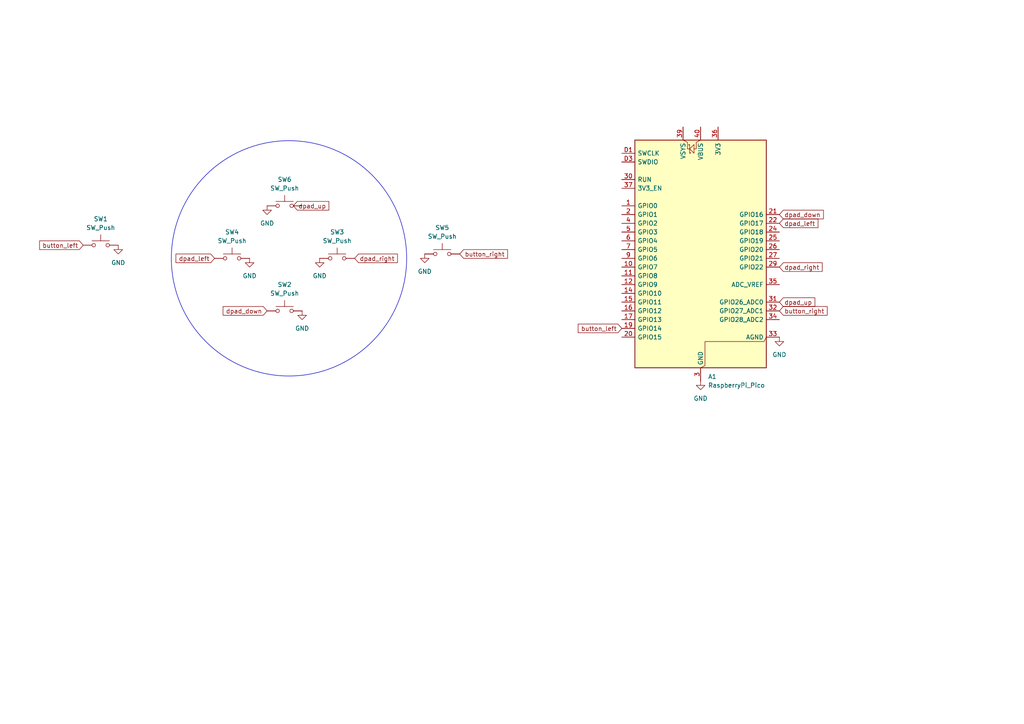
<source format=kicad_sch>
(kicad_sch (version 20250114) (generator "eeschema") (generator_version "9.0")
  (paper "A4")
  (lib_symbols
    (symbol "MCU_Module:RaspberryPi_Pico_Debug" (pin_names (offset 0.762))
      (property "Reference" "A" (at -19.05 35.56 0))
      (property "Value" "RaspberryPi_Pico" (at 7.62 35.56 0))
      (symbol "RaspberryPi_Pico_Debug_0_1"
        (rectangle (start -19.05 34.29) (end 19.05 -31.75) (stroke (width 0.254)) (fill (type background)))
        (polyline (pts (xy -5.08 34.29) (xy -3.81 33.655) (xy -3.81 31.75) (xy -3.175 31.75)))
        (polyline (pts (xy -3.429 32.766) (xy -3.429 33.02) (xy -3.175 33.02) (xy -3.175 30.48) (xy -2.921 30.48) (xy -2.921 30.734)))
        (polyline (pts (xy -3.175 31.75) (xy -1.905 33.02) (xy -1.905 30.48) (xy -3.175 31.75)))
        (polyline (pts (xy 0 34.29) (xy -1.27 33.655) (xy -1.27 31.75) (xy -1.905 31.75)))
        (polyline (pts (xy 0 -31.75) (xy 1.27 -31.115) (xy 1.27 -24.13) (xy 18.415 -24.13) (xy 19.05 -22.86)))
      )
      (symbol "RaspberryPi_Pico_Debug_1_1"
        (pin input line (at -22.86 30.48 0) (length 3.81) (name "SWCLK") (number "D1"))
        (pin bidirectional line (at -22.86 27.94 0) (length 3.81) (name "SWDIO") (number "D3"))
        (pin passive line (at -22.86 22.86 0) (length 3.81) (name "RUN") (number "30"))
        (pin passive line (at -22.86 20.32 0) (length 3.81) (name "3V3_EN") (number "37"))
        (pin bidirectional line (at -22.86 15.24 0) (length 3.81) (name "GPIO0") (number "1"))
        (pin bidirectional line (at -22.86 12.7 0) (length 3.81) (name "GPIO1") (number "2"))
        (pin bidirectional line (at -22.86 10.16 0) (length 3.81) (name "GPIO2") (number "4"))
        (pin bidirectional line (at -22.86 7.62 0) (length 3.81) (name "GPIO3") (number "5"))
        (pin bidirectional line (at -22.86 5.08 0) (length 3.81) (name "GPIO4") (number "6"))
        (pin bidirectional line (at -22.86 2.54 0) (length 3.81) (name "GPIO5") (number "7"))
        (pin bidirectional line (at -22.86 0 0) (length 3.81) (name "GPIO6") (number "9"))
        (pin bidirectional line (at -22.86 -2.54 0) (length 3.81) (name "GPIO7") (number "10"))
        (pin bidirectional line (at -22.86 -5.08 0) (length 3.81) (name "GPIO8") (number "11"))
        (pin bidirectional line (at -22.86 -7.62 0) (length 3.81) (name "GPIO9") (number "12"))
        (pin bidirectional line (at -22.86 -10.16 0) (length 3.81) (name "GPIO10") (number "14"))
        (pin bidirectional line (at -22.86 -12.7 0) (length 3.81) (name "GPIO11") (number "15"))
        (pin bidirectional line (at -22.86 -15.24 0) (length 3.81) (name "GPIO12") (number "16"))
        (pin bidirectional line (at -22.86 -17.78 0) (length 3.81) (name "GPIO13") (number "17"))
        (pin bidirectional line (at -22.86 -20.32 0) (length 3.81) (name "GPIO14") (number "19"))
        (pin bidirectional line (at -22.86 -22.86 0) (length 3.81) (name "GPIO15") (number "20"))
        (pin power_in line (at -5.08 38.1 270) (length 3.81) (name "VSYS") (number "39"))
        (pin power_out line (at 0 38.1 270) (length 3.81) (name "VBUS") (number "40"))
        (pin passive line (at 0 -35.56 90) (length 3.81) (hide yes) (name "GND") (number "13"))
        (pin passive line (at 0 -35.56 90) (length 3.81) (hide yes) (name "GND") (number "18"))
        (pin passive line (at 0 -35.56 90) (length 3.81) (hide yes) (name "GND") (number "23"))
        (pin passive line (at 0 -35.56 90) (length 3.81) (hide yes) (name "GND") (number "28"))
        (pin power_out line (at 0 -35.56 90) (length 3.81) (name "GND") (number "3"))
        (pin passive line (at 0 -35.56 90) (length 3.81) (hide yes) (name "GND") (number "38"))
        (pin passive line (at 0 -35.56 90) (length 3.81) (hide yes) (name "GND") (number "8"))
        (pin passive line (at 0 -35.56 90) (length 3.81) (hide yes) (name "GND") (number "D2"))
        (pin power_out line (at 5.08 38.1 270) (length 3.81) (name "3V3") (number "36"))
        (pin bidirectional line (at 22.86 12.7 180) (length 3.81) (name "GPIO16") (number "21"))
        (pin bidirectional line (at 22.86 10.16 180) (length 3.81) (name "GPIO17") (number "22"))
        (pin bidirectional line (at 22.86 7.62 180) (length 3.81) (name "GPIO18") (number "24"))
        (pin bidirectional line (at 22.86 5.08 180) (length 3.81) (name "GPIO19") (number "25"))
        (pin bidirectional line (at 22.86 2.54 180) (length 3.81) (name "GPIO20") (number "26"))
        (pin bidirectional line (at 22.86 0 180) (length 3.81) (name "GPIO21") (number "27"))
        (pin bidirectional line (at 22.86 -2.54 180) (length 3.81) (name "GPIO22") (number "29"))
        (pin power_in line (at 22.86 -7.62 180) (length 3.81) (name "ADC_VREF") (number "35"))
        (pin bidirectional line (at 22.86 -12.7 180) (length 3.81) (name "GPIO26_ADC0") (number "31"))
        (pin bidirectional line (at 22.86 -15.24 180) (length 3.81) (name "GPIO27_ADC1") (number "32"))
        (pin bidirectional line (at 22.86 -17.78 180) (length 3.81) (name "GPIO28_ADC2") (number "34"))
        (pin power_out line (at 22.86 -22.86 180) (length 3.81) (name "AGND") (number "33"))
      )
    )
    (symbol "Switch:SW_Push" (pin_numbers (hide yes)) (pin_names (offset 1.016) (hide yes))
      (property "Reference" "SW" (at 1.27 2.54 0))
      (property "Value" "SW_Push" (at 0 -1.524 0))
      (symbol "SW_Push_0_1"
        (circle (center -2.032 0) (radius 0.508))
        (polyline (pts (xy 0 1.27) (xy 0 3.048)))
        (circle (center 2.032 0) (radius 0.508))
        (polyline (pts (xy 2.54 1.27) (xy -2.54 1.27)))
        (pin passive line (at -5.08 0 0) (length 2.54) (name "1") (number "1"))
        (pin passive line (at 5.08 0 180) (length 2.54) (name "2") (number "2"))
      )
    )
    (symbol "power:GND" (power) (pin_numbers (hide yes)) (pin_names (offset 0) (hide yes))
      (property "Value" "GND" (at 0 -3.81 0))
      (symbol "GND_0_1"
        (polyline (pts (xy 0 0) (xy 0 -1.27) (xy 1.27 -1.27) (xy 0 -2.54) (xy -1.27 -1.27) (xy 0 -1.27)))
      )
      (symbol "GND_1_1"
        (pin power_in line (at 0 0 270) (length 0) (name "~") (number "1"))
      )
    )
  )
  (circle (center 83.82 74.93) (radius 34.125))
  (wire (pts (xy 85.09 59.69) (xy 87.63 59.69)))
  (global_label "button_right" (shape input) (at 226.06 90.17 0) (property "Intersheetrefs" "${INTERSHEET_REFS}" (effects (hide yes))))
  (global_label "dpad_right" (shape input) (at 226.06 77.47 0) (property "Intersheetrefs" "${INTERSHEET_REFS}" (effects (hide yes))))
  (global_label "dpad_right" (shape input) (at 102.87 74.93 0) (property "Intersheetrefs" "${INTERSHEET_REFS}" (effects (hide yes))))
  (global_label "dpad_up" (shape input) (at 226.06 87.63 0) (property "Intersheetrefs" "${INTERSHEET_REFS}" (effects (hide yes))))
  (global_label "dpad_left" (shape input) (at 62.23 74.93 180) (property "Intersheetrefs" "${INTERSHEET_REFS}" (effects (hide yes))))
  (global_label "button_right" (shape input) (at 133.35 73.66 0) (property "Intersheetrefs" "${INTERSHEET_REFS}" (effects (hide yes))))
  (global_label "dpad_up" (shape input) (at 85.09 59.69 0) (property "Intersheetrefs" "${INTERSHEET_REFS}" (effects (hide yes))))
  (global_label "dpad_down" (shape input) (at 226.06 62.23 0) (property "Intersheetrefs" "${INTERSHEET_REFS}" (effects (hide yes))))
  (global_label "dpad_left" (shape input) (at 226.06 64.77 0) (property "Intersheetrefs" "${INTERSHEET_REFS}" (effects (hide yes))))
  (global_label "button_left" (shape input) (at 180.34 95.25 180) (property "Intersheetrefs" "${INTERSHEET_REFS}" (effects (hide yes))))
  (global_label "button_left" (shape input) (at 24.13 71.12 180) (property "Intersheetrefs" "${INTERSHEET_REFS}" (effects (hide yes))))
  (global_label "dpad_down" (shape input) (at 77.47 90.17 180) (property "Intersheetrefs" "${INTERSHEET_REFS}" (effects (hide yes))))
  (symbol (lib_id "power:GND") (at 226.06 97.79 0) (unit 1)
    (property "Reference" "#PWR02" (effects (hide yes)))
    (property "Value" "GND" (at 226.06 102.87 0))
    (property "Description" "Power symbol creates a global label with name \"GND\" , ground" (effects (hide yes)))
  )
  (symbol (lib_id "Switch:SW_Push") (at 82.55 59.69 0) (unit 1)
    (property "Reference" "SW6" (at 82.55 52.07 0))
    (property "Value" "SW_Push" (at 82.55 54.61 0))
    (property "Footprint" "PCM_Switch_Keyboard_Hotswap_Kailh:SW_Hotswap_Kailh_Choc_V1" (effects (hide yes)))
    (property "Description" "Push button switch, generic, two pins" (effects (hide yes)))
  )
  (symbol (lib_id "Switch:SW_Push") (at 97.79 74.93 0) (unit 1)
    (property "Reference" "SW3" (at 97.79 67.31 0))
    (property "Value" "SW_Push" (at 97.79 69.85 0))
    (property "Footprint" "PCM_Switch_Keyboard_Hotswap_Kailh:SW_Hotswap_Kailh_Choc_V1" (effects (hide yes)))
    (property "Description" "Push button switch, generic, two pins" (effects (hide yes)))
  )
  (symbol (lib_id "power:GND") (at 77.47 59.69 0) (unit 1)
    (property "Reference" "#PWR08" (effects (hide yes)))
    (property "Value" "GND" (at 77.47 64.77 0))
    (property "Description" "Power symbol creates a global label with name \"GND\" , ground" (effects (hide yes)))
  )
  (symbol (lib_id "Switch:SW_Push") (at 82.55 90.17 0) (unit 1)
    (property "Reference" "SW2" (at 82.55 82.55 0))
    (property "Value" "SW_Push" (at 82.55 85.09 0))
    (property "Footprint" "PCM_Switch_Keyboard_Hotswap_Kailh:SW_Hotswap_Kailh_Choc_V1" (effects (hide yes)))
    (property "Description" "Push button switch, generic, two pins" (effects (hide yes)))
  )
  (symbol (lib_id "power:GND") (at 34.29 71.12 0) (unit 1)
    (property "Reference" "#PWR01" (effects (hide yes)))
    (property "Value" "GND" (at 34.29 76.2 0))
    (property "Description" "Power symbol creates a global label with name \"GND\" , ground" (effects (hide yes)))
  )
  (symbol (lib_id "power:GND") (at 72.39 74.93 0) (unit 1)
    (property "Reference" "#PWR06" (effects (hide yes)))
    (property "Value" "GND" (at 72.39 80.01 0))
    (property "Description" "Power symbol creates a global label with name \"GND\" , ground" (effects (hide yes)))
  )
  (symbol (lib_id "power:GND") (at 87.63 90.17 0) (unit 1)
    (property "Reference" "#PWR04" (effects (hide yes)))
    (property "Value" "GND" (at 87.63 95.25 0))
    (property "Description" "Power symbol creates a global label with name \"GND\" , ground" (effects (hide yes)))
  )
  (symbol (lib_id "power:GND") (at 92.71 74.93 0) (unit 1)
    (property "Reference" "#PWR05" (effects (hide yes)))
    (property "Value" "GND" (at 92.71 80.01 0))
    (property "Description" "Power symbol creates a global label with name \"GND\" , ground" (effects (hide yes)))
  )
  (symbol (lib_id "Switch:SW_Push") (at 128.27 73.66 0) (unit 1)
    (property "Reference" "SW5" (at 128.27 66.04 0))
    (property "Value" "SW_Push" (at 128.27 68.58 0))
    (property "Footprint" "PCM_Switch_Keyboard_Hotswap_Kailh:SW_Hotswap_Kailh_Choc_V1" (effects (hide yes)))
    (property "Description" "Push button switch, generic, two pins" (effects (hide yes)))
  )
  (symbol (lib_id "power:GND") (at 203.2 110.49 0) (unit 1)
    (property "Reference" "#PWR03" (effects (hide yes)))
    (property "Value" "GND" (at 203.2 115.57 0))
    (property "Description" "Power symbol creates a global label with name \"GND\" , ground" (effects (hide yes)))
  )
  (symbol (lib_id "Switch:SW_Push") (at 29.21 71.12 0) (unit 1)
    (property "Reference" "SW1" (at 29.21 63.5 0))
    (property "Value" "SW_Push" (at 29.21 66.04 0))
    (property "Footprint" "PCM_Switch_Keyboard_Hotswap_Kailh:SW_Hotswap_Kailh_Choc_V1" (effects (hide yes)))
    (property "Description" "Push button switch, generic, two pins" (effects (hide yes)))
  )
  (symbol (lib_id "MCU_Module:RaspberryPi_Pico_Debug") (at 203.2 74.93 0) (unit 1)
    (property "Reference" "A1" (at 205.3433 109.22 0) (effects (justify left)))
    (property "Value" "RaspberryPi_Pico" (at 205.3433 111.76 0) (effects (justify left)))
    (property "Footprint" "Module:RaspberryPi_Pico_SMD_HandSolder" (effects (hide yes)))
    (property "Datasheet" "https://datasheets.raspberrypi.com/pico/pico-datasheet.pdf" (effects (hide yes)))
    (property "Description" "Versatile and inexpensive microcontroller module (with debug pins) powered by RP2040 dual-core Arm Cortex-M0+ processor up to 133 MHz, 264kB SRAM, 2MB QSPI flash; also supports Raspberry Pi Pico 2" (effects (hide yes)))
  )
  (symbol (lib_id "Switch:SW_Push") (at 67.31 74.93 0) (unit 1)
    (property "Reference" "SW4" (at 67.31 67.31 0))
    (property "Value" "SW_Push" (at 67.31 69.85 0))
    (property "Footprint" "PCM_Switch_Keyboard_Hotswap_Kailh:SW_Hotswap_Kailh_Choc_V1" (effects (hide yes)))
    (property "Description" "Push button switch, generic, two pins" (effects (hide yes)))
  )
  (symbol (lib_id "power:GND") (at 123.19 73.66 0) (unit 1)
    (property "Reference" "#PWR07" (effects (hide yes)))
    (property "Value" "GND" (at 123.19 78.74 0))
    (property "Description" "Power symbol creates a global label with name \"GND\" , ground" (effects (hide yes)))
  )
)
</source>
